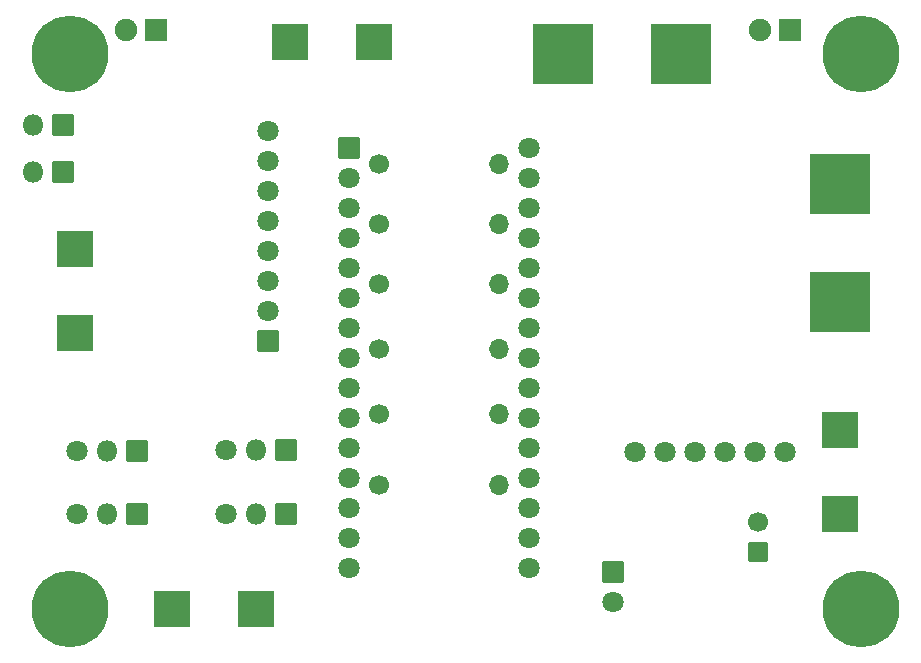
<source format=gbs>
G04 #@! TF.GenerationSoftware,KiCad,Pcbnew,(6.0.10)*
G04 #@! TF.CreationDate,2023-05-01T22:11:39-04:00*
G04 #@! TF.ProjectId,MiniCopterSchematic,4d696e69-436f-4707-9465-72536368656d,v01*
G04 #@! TF.SameCoordinates,Original*
G04 #@! TF.FileFunction,Soldermask,Bot*
G04 #@! TF.FilePolarity,Negative*
%FSLAX46Y46*%
G04 Gerber Fmt 4.6, Leading zero omitted, Abs format (unit mm)*
G04 Created by KiCad (PCBNEW (6.0.10)) date 2023-05-01 22:11:39*
%MOMM*%
%LPD*%
G01*
G04 APERTURE LIST*
G04 Aperture macros list*
%AMRoundRect*
0 Rectangle with rounded corners*
0 $1 Rounding radius*
0 $2 $3 $4 $5 $6 $7 $8 $9 X,Y pos of 4 corners*
0 Add a 4 corners polygon primitive as box body*
4,1,4,$2,$3,$4,$5,$6,$7,$8,$9,$2,$3,0*
0 Add four circle primitives for the rounded corners*
1,1,$1+$1,$2,$3*
1,1,$1+$1,$4,$5*
1,1,$1+$1,$6,$7*
1,1,$1+$1,$8,$9*
0 Add four rect primitives between the rounded corners*
20,1,$1+$1,$2,$3,$4,$5,0*
20,1,$1+$1,$4,$5,$6,$7,0*
20,1,$1+$1,$6,$7,$8,$9,0*
20,1,$1+$1,$8,$9,$2,$3,0*%
G04 Aperture macros list end*
%ADD10C,6.500000*%
%ADD11RoundRect,0.050000X0.850000X-0.850000X0.850000X0.850000X-0.850000X0.850000X-0.850000X-0.850000X0*%
%ADD12O,1.800000X1.800000*%
%ADD13C,1.800000*%
%ADD14C,1.700000*%
%ADD15O,1.700000X1.700000*%
%ADD16RoundRect,0.050000X-0.850000X-0.850000X0.850000X-0.850000X0.850000X0.850000X-0.850000X0.850000X0*%
%ADD17RoundRect,0.050000X0.900000X0.900000X-0.900000X0.900000X-0.900000X-0.900000X0.900000X-0.900000X0*%
%ADD18C,1.900000*%
%ADD19RoundRect,0.050000X-0.850000X0.850000X-0.850000X-0.850000X0.850000X-0.850000X0.850000X0.850000X0*%
%ADD20RoundRect,0.050000X0.800000X-0.800000X0.800000X0.800000X-0.800000X0.800000X-0.800000X-0.800000X0*%
%ADD21RoundRect,0.050000X-1.500000X1.500000X-1.500000X-1.500000X1.500000X-1.500000X1.500000X1.500000X0*%
%ADD22RoundRect,0.050000X-2.500000X-2.500000X2.500000X-2.500000X2.500000X2.500000X-2.500000X2.500000X0*%
%ADD23RoundRect,0.050000X-1.500000X-1.500000X1.500000X-1.500000X1.500000X1.500000X-1.500000X1.500000X0*%
%ADD24RoundRect,0.050000X-2.500000X2.500000X-2.500000X-2.500000X2.500000X-2.500000X2.500000X2.500000X0*%
G04 APERTURE END LIST*
D10*
X78740000Y-80000000D03*
D11*
X97047000Y-113596000D03*
D12*
X94507000Y-113596000D03*
D13*
X91967000Y-113596000D03*
D14*
X104920000Y-105000000D03*
D15*
X115080000Y-105000000D03*
D16*
X124727013Y-123853487D03*
D13*
X124727013Y-126393487D03*
X139332013Y-113693487D03*
X136792013Y-113693487D03*
X134252013Y-113693487D03*
X131712013Y-113693487D03*
X129172013Y-113693487D03*
X126632013Y-113693487D03*
D14*
X104920000Y-116500000D03*
D15*
X115080000Y-116500000D03*
D16*
X102385000Y-88000000D03*
D13*
X102385000Y-90540000D03*
X102385000Y-93080000D03*
X102385000Y-95620000D03*
X102385000Y-98160000D03*
X102385000Y-100700000D03*
X102385000Y-103240000D03*
X102385000Y-105780000D03*
X102385000Y-108320000D03*
X102385000Y-110860000D03*
X102385000Y-113400000D03*
X102385000Y-115940000D03*
X102385000Y-118480000D03*
X102385000Y-121020000D03*
X102385000Y-123560000D03*
X117625000Y-123560000D03*
X117625000Y-121020000D03*
X117625000Y-118480000D03*
X117625000Y-115940000D03*
X117625000Y-113400000D03*
X117625000Y-110860000D03*
X117625000Y-108320000D03*
X117625000Y-105780000D03*
X117625000Y-103240000D03*
X117625000Y-100700000D03*
X117625000Y-98160000D03*
X117625000Y-95620000D03*
X117625000Y-93080000D03*
X117625000Y-90540000D03*
X117625000Y-88000000D03*
D14*
X104920000Y-94400000D03*
D15*
X115080000Y-94400000D03*
D17*
X86040000Y-78000000D03*
D18*
X83500000Y-78000000D03*
D19*
X78140000Y-90000000D03*
D12*
X75600000Y-90000000D03*
D20*
X137000000Y-122182380D03*
D14*
X137000000Y-119682380D03*
D17*
X139700000Y-78000000D03*
D18*
X137160000Y-78000000D03*
D14*
X104920000Y-89300000D03*
D15*
X115080000Y-89300000D03*
D10*
X145740000Y-80000000D03*
X145740000Y-127000000D03*
D19*
X78140000Y-86000000D03*
D12*
X75600000Y-86000000D03*
D11*
X84455000Y-118975000D03*
D12*
X81915000Y-118975000D03*
D13*
X79375000Y-118975000D03*
D11*
X97070000Y-118950000D03*
D12*
X94530000Y-118950000D03*
D13*
X91990000Y-118950000D03*
D10*
X78740000Y-127000000D03*
D14*
X104920000Y-99500000D03*
D15*
X115080000Y-99500000D03*
D14*
X104920000Y-110500000D03*
D15*
X115080000Y-110500000D03*
D19*
X95505290Y-104315290D03*
D13*
X95505290Y-101775290D03*
X95505290Y-99235290D03*
X95505290Y-96695290D03*
X95505290Y-94155290D03*
X95505290Y-91615290D03*
X95505290Y-89075290D03*
X95505290Y-86535290D03*
D11*
X84400000Y-113600000D03*
D12*
X81860000Y-113600000D03*
D13*
X79320000Y-113600000D03*
D21*
X144000000Y-111888000D03*
X144000000Y-119000000D03*
D22*
X120500000Y-80000000D03*
X130500000Y-80000000D03*
D23*
X87444000Y-127000000D03*
X94556000Y-127000000D03*
D24*
X144000000Y-91000000D03*
X144000000Y-101000000D03*
D21*
X79200000Y-96500000D03*
X79200000Y-103612000D03*
D23*
X97388000Y-79000000D03*
X104500000Y-79000000D03*
M02*

</source>
